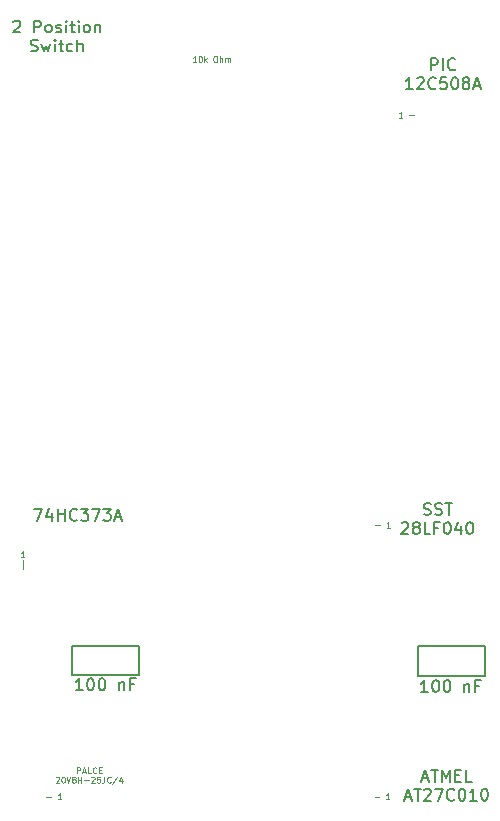
<source format=gbr>
%TF.GenerationSoftware,KiCad,Pcbnew,(6.0.2)*%
%TF.CreationDate,2022-09-16T18:12:16-05:00*%
%TF.ProjectId,REF1347,52454631-3334-4372-9e6b-696361645f70,rev?*%
%TF.SameCoordinates,Original*%
%TF.FileFunction,Legend,Top*%
%TF.FilePolarity,Positive*%
%FSLAX46Y46*%
G04 Gerber Fmt 4.6, Leading zero omitted, Abs format (unit mm)*
G04 Created by KiCad (PCBNEW (6.0.2)) date 2022-09-16 18:12:16*
%MOMM*%
%LPD*%
G01*
G04 APERTURE LIST*
%ADD10C,0.150000*%
%ADD11C,0.125000*%
G04 APERTURE END LIST*
D10*
X133474428Y-118137380D02*
X132903000Y-118137380D01*
X133188714Y-118137380D02*
X133188714Y-117137380D01*
X133093476Y-117280238D01*
X132998238Y-117375476D01*
X132903000Y-117423095D01*
X134093476Y-117137380D02*
X134188714Y-117137380D01*
X134283952Y-117185000D01*
X134331571Y-117232619D01*
X134379190Y-117327857D01*
X134426809Y-117518333D01*
X134426809Y-117756428D01*
X134379190Y-117946904D01*
X134331571Y-118042142D01*
X134283952Y-118089761D01*
X134188714Y-118137380D01*
X134093476Y-118137380D01*
X133998238Y-118089761D01*
X133950619Y-118042142D01*
X133903000Y-117946904D01*
X133855380Y-117756428D01*
X133855380Y-117518333D01*
X133903000Y-117327857D01*
X133950619Y-117232619D01*
X133998238Y-117185000D01*
X134093476Y-117137380D01*
X135045857Y-117137380D02*
X135141095Y-117137380D01*
X135236333Y-117185000D01*
X135283952Y-117232619D01*
X135331571Y-117327857D01*
X135379190Y-117518333D01*
X135379190Y-117756428D01*
X135331571Y-117946904D01*
X135283952Y-118042142D01*
X135236333Y-118089761D01*
X135141095Y-118137380D01*
X135045857Y-118137380D01*
X134950619Y-118089761D01*
X134903000Y-118042142D01*
X134855380Y-117946904D01*
X134807761Y-117756428D01*
X134807761Y-117518333D01*
X134855380Y-117327857D01*
X134903000Y-117232619D01*
X134950619Y-117185000D01*
X135045857Y-117137380D01*
X136569666Y-117470714D02*
X136569666Y-118137380D01*
X136569666Y-117565952D02*
X136617285Y-117518333D01*
X136712523Y-117470714D01*
X136855380Y-117470714D01*
X136950619Y-117518333D01*
X136998238Y-117613571D01*
X136998238Y-118137380D01*
X137807761Y-117613571D02*
X137474428Y-117613571D01*
X137474428Y-118137380D02*
X137474428Y-117137380D01*
X137950619Y-117137380D01*
X162691428Y-118287380D02*
X162120000Y-118287380D01*
X162405714Y-118287380D02*
X162405714Y-117287380D01*
X162310476Y-117430238D01*
X162215238Y-117525476D01*
X162120000Y-117573095D01*
X163310476Y-117287380D02*
X163405714Y-117287380D01*
X163500952Y-117335000D01*
X163548571Y-117382619D01*
X163596190Y-117477857D01*
X163643809Y-117668333D01*
X163643809Y-117906428D01*
X163596190Y-118096904D01*
X163548571Y-118192142D01*
X163500952Y-118239761D01*
X163405714Y-118287380D01*
X163310476Y-118287380D01*
X163215238Y-118239761D01*
X163167619Y-118192142D01*
X163120000Y-118096904D01*
X163072380Y-117906428D01*
X163072380Y-117668333D01*
X163120000Y-117477857D01*
X163167619Y-117382619D01*
X163215238Y-117335000D01*
X163310476Y-117287380D01*
X164262857Y-117287380D02*
X164358095Y-117287380D01*
X164453333Y-117335000D01*
X164500952Y-117382619D01*
X164548571Y-117477857D01*
X164596190Y-117668333D01*
X164596190Y-117906428D01*
X164548571Y-118096904D01*
X164500952Y-118192142D01*
X164453333Y-118239761D01*
X164358095Y-118287380D01*
X164262857Y-118287380D01*
X164167619Y-118239761D01*
X164120000Y-118192142D01*
X164072380Y-118096904D01*
X164024761Y-117906428D01*
X164024761Y-117668333D01*
X164072380Y-117477857D01*
X164120000Y-117382619D01*
X164167619Y-117335000D01*
X164262857Y-117287380D01*
X165786666Y-117620714D02*
X165786666Y-118287380D01*
X165786666Y-117715952D02*
X165834285Y-117668333D01*
X165929523Y-117620714D01*
X166072380Y-117620714D01*
X166167619Y-117668333D01*
X166215238Y-117763571D01*
X166215238Y-118287380D01*
X167024761Y-117763571D02*
X166691428Y-117763571D01*
X166691428Y-118287380D02*
X166691428Y-117287380D01*
X167167619Y-117287380D01*
X161866000Y-114393000D02*
X167502000Y-114393000D01*
X167502000Y-114393000D02*
X167502000Y-116898000D01*
X167502000Y-116898000D02*
X161866000Y-116898000D01*
X161866000Y-116898000D02*
X161866000Y-114393000D01*
X132558000Y-114358000D02*
X138194000Y-114358000D01*
X138194000Y-114358000D02*
X138194000Y-116863000D01*
X138194000Y-116863000D02*
X132558000Y-116863000D01*
X132558000Y-116863000D02*
X132558000Y-114358000D01*
D11*
X130396952Y-127170714D02*
X130777904Y-127170714D01*
X131658857Y-127361190D02*
X131373142Y-127361190D01*
X131516000Y-127361190D02*
X131516000Y-126861190D01*
X131468380Y-126932619D01*
X131420761Y-126980238D01*
X131373142Y-127004047D01*
D10*
X162948000Y-65640380D02*
X162948000Y-64640380D01*
X163328952Y-64640380D01*
X163424190Y-64688000D01*
X163471809Y-64735619D01*
X163519428Y-64830857D01*
X163519428Y-64973714D01*
X163471809Y-65068952D01*
X163424190Y-65116571D01*
X163328952Y-65164190D01*
X162948000Y-65164190D01*
X163948000Y-65640380D02*
X163948000Y-64640380D01*
X164995619Y-65545142D02*
X164948000Y-65592761D01*
X164805142Y-65640380D01*
X164709904Y-65640380D01*
X164567047Y-65592761D01*
X164471809Y-65497523D01*
X164424190Y-65402285D01*
X164376571Y-65211809D01*
X164376571Y-65068952D01*
X164424190Y-64878476D01*
X164471809Y-64783238D01*
X164567047Y-64688000D01*
X164709904Y-64640380D01*
X164805142Y-64640380D01*
X164948000Y-64688000D01*
X164995619Y-64735619D01*
X161400380Y-67250380D02*
X160828952Y-67250380D01*
X161114666Y-67250380D02*
X161114666Y-66250380D01*
X161019428Y-66393238D01*
X160924190Y-66488476D01*
X160828952Y-66536095D01*
X161781333Y-66345619D02*
X161828952Y-66298000D01*
X161924190Y-66250380D01*
X162162285Y-66250380D01*
X162257523Y-66298000D01*
X162305142Y-66345619D01*
X162352761Y-66440857D01*
X162352761Y-66536095D01*
X162305142Y-66678952D01*
X161733714Y-67250380D01*
X162352761Y-67250380D01*
X163352761Y-67155142D02*
X163305142Y-67202761D01*
X163162285Y-67250380D01*
X163067047Y-67250380D01*
X162924190Y-67202761D01*
X162828952Y-67107523D01*
X162781333Y-67012285D01*
X162733714Y-66821809D01*
X162733714Y-66678952D01*
X162781333Y-66488476D01*
X162828952Y-66393238D01*
X162924190Y-66298000D01*
X163067047Y-66250380D01*
X163162285Y-66250380D01*
X163305142Y-66298000D01*
X163352761Y-66345619D01*
X164257523Y-66250380D02*
X163781333Y-66250380D01*
X163733714Y-66726571D01*
X163781333Y-66678952D01*
X163876571Y-66631333D01*
X164114666Y-66631333D01*
X164209904Y-66678952D01*
X164257523Y-66726571D01*
X164305142Y-66821809D01*
X164305142Y-67059904D01*
X164257523Y-67155142D01*
X164209904Y-67202761D01*
X164114666Y-67250380D01*
X163876571Y-67250380D01*
X163781333Y-67202761D01*
X163733714Y-67155142D01*
X164924190Y-66250380D02*
X165019428Y-66250380D01*
X165114666Y-66298000D01*
X165162285Y-66345619D01*
X165209904Y-66440857D01*
X165257523Y-66631333D01*
X165257523Y-66869428D01*
X165209904Y-67059904D01*
X165162285Y-67155142D01*
X165114666Y-67202761D01*
X165019428Y-67250380D01*
X164924190Y-67250380D01*
X164828952Y-67202761D01*
X164781333Y-67155142D01*
X164733714Y-67059904D01*
X164686095Y-66869428D01*
X164686095Y-66631333D01*
X164733714Y-66440857D01*
X164781333Y-66345619D01*
X164828952Y-66298000D01*
X164924190Y-66250380D01*
X165828952Y-66678952D02*
X165733714Y-66631333D01*
X165686095Y-66583714D01*
X165638476Y-66488476D01*
X165638476Y-66440857D01*
X165686095Y-66345619D01*
X165733714Y-66298000D01*
X165828952Y-66250380D01*
X166019428Y-66250380D01*
X166114666Y-66298000D01*
X166162285Y-66345619D01*
X166209904Y-66440857D01*
X166209904Y-66488476D01*
X166162285Y-66583714D01*
X166114666Y-66631333D01*
X166019428Y-66678952D01*
X165828952Y-66678952D01*
X165733714Y-66726571D01*
X165686095Y-66774190D01*
X165638476Y-66869428D01*
X165638476Y-67059904D01*
X165686095Y-67155142D01*
X165733714Y-67202761D01*
X165828952Y-67250380D01*
X166019428Y-67250380D01*
X166114666Y-67202761D01*
X166162285Y-67155142D01*
X166209904Y-67059904D01*
X166209904Y-66869428D01*
X166162285Y-66774190D01*
X166114666Y-66726571D01*
X166019428Y-66678952D01*
X166590857Y-66964666D02*
X167067047Y-66964666D01*
X166495619Y-67250380D02*
X166828952Y-66250380D01*
X167162285Y-67250380D01*
D11*
X128527857Y-106878690D02*
X128242142Y-106878690D01*
X128385000Y-106878690D02*
X128385000Y-106378690D01*
X128337380Y-106450119D01*
X128289761Y-106497738D01*
X128242142Y-106521547D01*
X128385000Y-107850357D02*
X128385000Y-107136071D01*
X132991190Y-125168690D02*
X132991190Y-124668690D01*
X133181666Y-124668690D01*
X133229285Y-124692500D01*
X133253095Y-124716309D01*
X133276904Y-124763928D01*
X133276904Y-124835357D01*
X133253095Y-124882976D01*
X133229285Y-124906785D01*
X133181666Y-124930595D01*
X132991190Y-124930595D01*
X133467380Y-125025833D02*
X133705476Y-125025833D01*
X133419761Y-125168690D02*
X133586428Y-124668690D01*
X133753095Y-125168690D01*
X134157857Y-125168690D02*
X133919761Y-125168690D01*
X133919761Y-124668690D01*
X134610238Y-125121071D02*
X134586428Y-125144880D01*
X134515000Y-125168690D01*
X134467380Y-125168690D01*
X134395952Y-125144880D01*
X134348333Y-125097261D01*
X134324523Y-125049642D01*
X134300714Y-124954404D01*
X134300714Y-124882976D01*
X134324523Y-124787738D01*
X134348333Y-124740119D01*
X134395952Y-124692500D01*
X134467380Y-124668690D01*
X134515000Y-124668690D01*
X134586428Y-124692500D01*
X134610238Y-124716309D01*
X134824523Y-124906785D02*
X134991190Y-124906785D01*
X135062619Y-125168690D02*
X134824523Y-125168690D01*
X134824523Y-124668690D01*
X135062619Y-124668690D01*
X131193571Y-125521309D02*
X131217380Y-125497500D01*
X131265000Y-125473690D01*
X131384047Y-125473690D01*
X131431666Y-125497500D01*
X131455476Y-125521309D01*
X131479285Y-125568928D01*
X131479285Y-125616547D01*
X131455476Y-125687976D01*
X131169761Y-125973690D01*
X131479285Y-125973690D01*
X131788809Y-125473690D02*
X131836428Y-125473690D01*
X131884047Y-125497500D01*
X131907857Y-125521309D01*
X131931666Y-125568928D01*
X131955476Y-125664166D01*
X131955476Y-125783214D01*
X131931666Y-125878452D01*
X131907857Y-125926071D01*
X131884047Y-125949880D01*
X131836428Y-125973690D01*
X131788809Y-125973690D01*
X131741190Y-125949880D01*
X131717380Y-125926071D01*
X131693571Y-125878452D01*
X131669761Y-125783214D01*
X131669761Y-125664166D01*
X131693571Y-125568928D01*
X131717380Y-125521309D01*
X131741190Y-125497500D01*
X131788809Y-125473690D01*
X132098333Y-125473690D02*
X132265000Y-125973690D01*
X132431666Y-125473690D01*
X132669761Y-125687976D02*
X132622142Y-125664166D01*
X132598333Y-125640357D01*
X132574523Y-125592738D01*
X132574523Y-125568928D01*
X132598333Y-125521309D01*
X132622142Y-125497500D01*
X132669761Y-125473690D01*
X132765000Y-125473690D01*
X132812619Y-125497500D01*
X132836428Y-125521309D01*
X132860238Y-125568928D01*
X132860238Y-125592738D01*
X132836428Y-125640357D01*
X132812619Y-125664166D01*
X132765000Y-125687976D01*
X132669761Y-125687976D01*
X132622142Y-125711785D01*
X132598333Y-125735595D01*
X132574523Y-125783214D01*
X132574523Y-125878452D01*
X132598333Y-125926071D01*
X132622142Y-125949880D01*
X132669761Y-125973690D01*
X132765000Y-125973690D01*
X132812619Y-125949880D01*
X132836428Y-125926071D01*
X132860238Y-125878452D01*
X132860238Y-125783214D01*
X132836428Y-125735595D01*
X132812619Y-125711785D01*
X132765000Y-125687976D01*
X133074523Y-125973690D02*
X133074523Y-125473690D01*
X133074523Y-125711785D02*
X133360238Y-125711785D01*
X133360238Y-125973690D02*
X133360238Y-125473690D01*
X133598333Y-125783214D02*
X133979285Y-125783214D01*
X134193571Y-125521309D02*
X134217380Y-125497500D01*
X134265000Y-125473690D01*
X134384047Y-125473690D01*
X134431666Y-125497500D01*
X134455476Y-125521309D01*
X134479285Y-125568928D01*
X134479285Y-125616547D01*
X134455476Y-125687976D01*
X134169761Y-125973690D01*
X134479285Y-125973690D01*
X134931666Y-125473690D02*
X134693571Y-125473690D01*
X134669761Y-125711785D01*
X134693571Y-125687976D01*
X134741190Y-125664166D01*
X134860238Y-125664166D01*
X134907857Y-125687976D01*
X134931666Y-125711785D01*
X134955476Y-125759404D01*
X134955476Y-125878452D01*
X134931666Y-125926071D01*
X134907857Y-125949880D01*
X134860238Y-125973690D01*
X134741190Y-125973690D01*
X134693571Y-125949880D01*
X134669761Y-125926071D01*
X135312619Y-125473690D02*
X135312619Y-125830833D01*
X135288809Y-125902261D01*
X135241190Y-125949880D01*
X135169761Y-125973690D01*
X135122142Y-125973690D01*
X135836428Y-125926071D02*
X135812619Y-125949880D01*
X135741190Y-125973690D01*
X135693571Y-125973690D01*
X135622142Y-125949880D01*
X135574523Y-125902261D01*
X135550714Y-125854642D01*
X135526904Y-125759404D01*
X135526904Y-125687976D01*
X135550714Y-125592738D01*
X135574523Y-125545119D01*
X135622142Y-125497500D01*
X135693571Y-125473690D01*
X135741190Y-125473690D01*
X135812619Y-125497500D01*
X135836428Y-125521309D01*
X136407857Y-125449880D02*
X135979285Y-126092738D01*
X136788809Y-125640357D02*
X136788809Y-125973690D01*
X136669761Y-125449880D02*
X136550714Y-125807023D01*
X136860238Y-125807023D01*
X158176952Y-127192714D02*
X158557904Y-127192714D01*
X159438857Y-127383190D02*
X159153142Y-127383190D01*
X159296000Y-127383190D02*
X159296000Y-126883190D01*
X159248380Y-126954619D01*
X159200761Y-127002238D01*
X159153142Y-127026047D01*
D10*
X129356523Y-102782380D02*
X130023190Y-102782380D01*
X129594619Y-103782380D01*
X130832714Y-103115714D02*
X130832714Y-103782380D01*
X130594619Y-102734761D02*
X130356523Y-103449047D01*
X130975571Y-103449047D01*
X131356523Y-103782380D02*
X131356523Y-102782380D01*
X131356523Y-103258571D02*
X131927952Y-103258571D01*
X131927952Y-103782380D02*
X131927952Y-102782380D01*
X132975571Y-103687142D02*
X132927952Y-103734761D01*
X132785095Y-103782380D01*
X132689857Y-103782380D01*
X132547000Y-103734761D01*
X132451761Y-103639523D01*
X132404142Y-103544285D01*
X132356523Y-103353809D01*
X132356523Y-103210952D01*
X132404142Y-103020476D01*
X132451761Y-102925238D01*
X132547000Y-102830000D01*
X132689857Y-102782380D01*
X132785095Y-102782380D01*
X132927952Y-102830000D01*
X132975571Y-102877619D01*
X133308904Y-102782380D02*
X133927952Y-102782380D01*
X133594619Y-103163333D01*
X133737476Y-103163333D01*
X133832714Y-103210952D01*
X133880333Y-103258571D01*
X133927952Y-103353809D01*
X133927952Y-103591904D01*
X133880333Y-103687142D01*
X133832714Y-103734761D01*
X133737476Y-103782380D01*
X133451761Y-103782380D01*
X133356523Y-103734761D01*
X133308904Y-103687142D01*
X134261285Y-102782380D02*
X134927952Y-102782380D01*
X134499380Y-103782380D01*
X135213666Y-102782380D02*
X135832714Y-102782380D01*
X135499380Y-103163333D01*
X135642238Y-103163333D01*
X135737476Y-103210952D01*
X135785095Y-103258571D01*
X135832714Y-103353809D01*
X135832714Y-103591904D01*
X135785095Y-103687142D01*
X135737476Y-103734761D01*
X135642238Y-103782380D01*
X135356523Y-103782380D01*
X135261285Y-103734761D01*
X135213666Y-103687142D01*
X136213666Y-103496666D02*
X136689857Y-103496666D01*
X136118428Y-103782380D02*
X136451761Y-102782380D01*
X136785095Y-103782380D01*
X162352142Y-103250761D02*
X162495000Y-103298380D01*
X162733095Y-103298380D01*
X162828333Y-103250761D01*
X162875952Y-103203142D01*
X162923571Y-103107904D01*
X162923571Y-103012666D01*
X162875952Y-102917428D01*
X162828333Y-102869809D01*
X162733095Y-102822190D01*
X162542619Y-102774571D01*
X162447380Y-102726952D01*
X162399761Y-102679333D01*
X162352142Y-102584095D01*
X162352142Y-102488857D01*
X162399761Y-102393619D01*
X162447380Y-102346000D01*
X162542619Y-102298380D01*
X162780714Y-102298380D01*
X162923571Y-102346000D01*
X163304523Y-103250761D02*
X163447380Y-103298380D01*
X163685476Y-103298380D01*
X163780714Y-103250761D01*
X163828333Y-103203142D01*
X163875952Y-103107904D01*
X163875952Y-103012666D01*
X163828333Y-102917428D01*
X163780714Y-102869809D01*
X163685476Y-102822190D01*
X163495000Y-102774571D01*
X163399761Y-102726952D01*
X163352142Y-102679333D01*
X163304523Y-102584095D01*
X163304523Y-102488857D01*
X163352142Y-102393619D01*
X163399761Y-102346000D01*
X163495000Y-102298380D01*
X163733095Y-102298380D01*
X163875952Y-102346000D01*
X164161666Y-102298380D02*
X164733095Y-102298380D01*
X164447380Y-103298380D02*
X164447380Y-102298380D01*
X160471190Y-104003619D02*
X160518809Y-103956000D01*
X160614047Y-103908380D01*
X160852142Y-103908380D01*
X160947380Y-103956000D01*
X160995000Y-104003619D01*
X161042619Y-104098857D01*
X161042619Y-104194095D01*
X160995000Y-104336952D01*
X160423571Y-104908380D01*
X161042619Y-104908380D01*
X161614047Y-104336952D02*
X161518809Y-104289333D01*
X161471190Y-104241714D01*
X161423571Y-104146476D01*
X161423571Y-104098857D01*
X161471190Y-104003619D01*
X161518809Y-103956000D01*
X161614047Y-103908380D01*
X161804523Y-103908380D01*
X161899761Y-103956000D01*
X161947380Y-104003619D01*
X161995000Y-104098857D01*
X161995000Y-104146476D01*
X161947380Y-104241714D01*
X161899761Y-104289333D01*
X161804523Y-104336952D01*
X161614047Y-104336952D01*
X161518809Y-104384571D01*
X161471190Y-104432190D01*
X161423571Y-104527428D01*
X161423571Y-104717904D01*
X161471190Y-104813142D01*
X161518809Y-104860761D01*
X161614047Y-104908380D01*
X161804523Y-104908380D01*
X161899761Y-104860761D01*
X161947380Y-104813142D01*
X161995000Y-104717904D01*
X161995000Y-104527428D01*
X161947380Y-104432190D01*
X161899761Y-104384571D01*
X161804523Y-104336952D01*
X162899761Y-104908380D02*
X162423571Y-104908380D01*
X162423571Y-103908380D01*
X163566428Y-104384571D02*
X163233095Y-104384571D01*
X163233095Y-104908380D02*
X163233095Y-103908380D01*
X163709285Y-103908380D01*
X164280714Y-103908380D02*
X164375952Y-103908380D01*
X164471190Y-103956000D01*
X164518809Y-104003619D01*
X164566428Y-104098857D01*
X164614047Y-104289333D01*
X164614047Y-104527428D01*
X164566428Y-104717904D01*
X164518809Y-104813142D01*
X164471190Y-104860761D01*
X164375952Y-104908380D01*
X164280714Y-104908380D01*
X164185476Y-104860761D01*
X164137857Y-104813142D01*
X164090238Y-104717904D01*
X164042619Y-104527428D01*
X164042619Y-104289333D01*
X164090238Y-104098857D01*
X164137857Y-104003619D01*
X164185476Y-103956000D01*
X164280714Y-103908380D01*
X165471190Y-104241714D02*
X165471190Y-104908380D01*
X165233095Y-103860761D02*
X164995000Y-104575047D01*
X165614047Y-104575047D01*
X166185476Y-103908380D02*
X166280714Y-103908380D01*
X166375952Y-103956000D01*
X166423571Y-104003619D01*
X166471190Y-104098857D01*
X166518809Y-104289333D01*
X166518809Y-104527428D01*
X166471190Y-104717904D01*
X166423571Y-104813142D01*
X166375952Y-104860761D01*
X166280714Y-104908380D01*
X166185476Y-104908380D01*
X166090238Y-104860761D01*
X166042619Y-104813142D01*
X165995000Y-104717904D01*
X165947380Y-104527428D01*
X165947380Y-104289333D01*
X165995000Y-104098857D01*
X166042619Y-104003619D01*
X166090238Y-103956000D01*
X166185476Y-103908380D01*
D11*
X160536857Y-69660190D02*
X160251142Y-69660190D01*
X160394000Y-69660190D02*
X160394000Y-69160190D01*
X160346380Y-69231619D01*
X160298761Y-69279238D01*
X160251142Y-69303047D01*
X161132095Y-69469714D02*
X161513047Y-69469714D01*
D10*
X127598523Y-61541619D02*
X127646142Y-61494000D01*
X127741380Y-61446380D01*
X127979476Y-61446380D01*
X128074714Y-61494000D01*
X128122333Y-61541619D01*
X128169952Y-61636857D01*
X128169952Y-61732095D01*
X128122333Y-61874952D01*
X127550904Y-62446380D01*
X128169952Y-62446380D01*
X129360428Y-62446380D02*
X129360428Y-61446380D01*
X129741380Y-61446380D01*
X129836619Y-61494000D01*
X129884238Y-61541619D01*
X129931857Y-61636857D01*
X129931857Y-61779714D01*
X129884238Y-61874952D01*
X129836619Y-61922571D01*
X129741380Y-61970190D01*
X129360428Y-61970190D01*
X130503285Y-62446380D02*
X130408047Y-62398761D01*
X130360428Y-62351142D01*
X130312809Y-62255904D01*
X130312809Y-61970190D01*
X130360428Y-61874952D01*
X130408047Y-61827333D01*
X130503285Y-61779714D01*
X130646142Y-61779714D01*
X130741380Y-61827333D01*
X130789000Y-61874952D01*
X130836619Y-61970190D01*
X130836619Y-62255904D01*
X130789000Y-62351142D01*
X130741380Y-62398761D01*
X130646142Y-62446380D01*
X130503285Y-62446380D01*
X131217571Y-62398761D02*
X131312809Y-62446380D01*
X131503285Y-62446380D01*
X131598523Y-62398761D01*
X131646142Y-62303523D01*
X131646142Y-62255904D01*
X131598523Y-62160666D01*
X131503285Y-62113047D01*
X131360428Y-62113047D01*
X131265190Y-62065428D01*
X131217571Y-61970190D01*
X131217571Y-61922571D01*
X131265190Y-61827333D01*
X131360428Y-61779714D01*
X131503285Y-61779714D01*
X131598523Y-61827333D01*
X132074714Y-62446380D02*
X132074714Y-61779714D01*
X132074714Y-61446380D02*
X132027095Y-61494000D01*
X132074714Y-61541619D01*
X132122333Y-61494000D01*
X132074714Y-61446380D01*
X132074714Y-61541619D01*
X132408047Y-61779714D02*
X132788999Y-61779714D01*
X132550904Y-61446380D02*
X132550904Y-62303523D01*
X132598523Y-62398761D01*
X132693761Y-62446380D01*
X132788999Y-62446380D01*
X133122333Y-62446380D02*
X133122333Y-61779714D01*
X133122333Y-61446380D02*
X133074714Y-61494000D01*
X133122333Y-61541619D01*
X133169952Y-61494000D01*
X133122333Y-61446380D01*
X133122333Y-61541619D01*
X133741380Y-62446380D02*
X133646142Y-62398761D01*
X133598523Y-62351142D01*
X133550904Y-62255904D01*
X133550904Y-61970190D01*
X133598523Y-61874952D01*
X133646142Y-61827333D01*
X133741380Y-61779714D01*
X133884238Y-61779714D01*
X133979476Y-61827333D01*
X134027095Y-61874952D01*
X134074714Y-61970190D01*
X134074714Y-62255904D01*
X134027095Y-62351142D01*
X133979476Y-62398761D01*
X133884238Y-62446380D01*
X133741380Y-62446380D01*
X134503285Y-61779714D02*
X134503285Y-62446380D01*
X134503285Y-61874952D02*
X134550904Y-61827333D01*
X134646142Y-61779714D01*
X134789000Y-61779714D01*
X134884238Y-61827333D01*
X134931857Y-61922571D01*
X134931857Y-62446380D01*
X129074714Y-64008761D02*
X129217571Y-64056380D01*
X129455666Y-64056380D01*
X129550904Y-64008761D01*
X129598523Y-63961142D01*
X129646142Y-63865904D01*
X129646142Y-63770666D01*
X129598523Y-63675428D01*
X129550904Y-63627809D01*
X129455666Y-63580190D01*
X129265190Y-63532571D01*
X129169952Y-63484952D01*
X129122333Y-63437333D01*
X129074714Y-63342095D01*
X129074714Y-63246857D01*
X129122333Y-63151619D01*
X129169952Y-63104000D01*
X129265190Y-63056380D01*
X129503285Y-63056380D01*
X129646142Y-63104000D01*
X129979476Y-63389714D02*
X130169952Y-64056380D01*
X130360428Y-63580190D01*
X130550904Y-64056380D01*
X130741380Y-63389714D01*
X131122333Y-64056380D02*
X131122333Y-63389714D01*
X131122333Y-63056380D02*
X131074714Y-63104000D01*
X131122333Y-63151619D01*
X131169952Y-63104000D01*
X131122333Y-63056380D01*
X131122333Y-63151619D01*
X131455666Y-63389714D02*
X131836619Y-63389714D01*
X131598523Y-63056380D02*
X131598523Y-63913523D01*
X131646142Y-64008761D01*
X131741380Y-64056380D01*
X131836619Y-64056380D01*
X132598523Y-64008761D02*
X132503285Y-64056380D01*
X132312809Y-64056380D01*
X132217571Y-64008761D01*
X132169952Y-63961142D01*
X132122333Y-63865904D01*
X132122333Y-63580190D01*
X132169952Y-63484952D01*
X132217571Y-63437333D01*
X132312809Y-63389714D01*
X132503285Y-63389714D01*
X132598523Y-63437333D01*
X133027095Y-64056380D02*
X133027095Y-63056380D01*
X133455666Y-64056380D02*
X133455666Y-63532571D01*
X133408047Y-63437333D01*
X133312809Y-63389714D01*
X133169952Y-63389714D01*
X133074714Y-63437333D01*
X133027095Y-63484952D01*
D11*
X158217952Y-104187714D02*
X158598904Y-104187714D01*
X159479857Y-104378190D02*
X159194142Y-104378190D01*
X159337000Y-104378190D02*
X159337000Y-103878190D01*
X159289380Y-103949619D01*
X159241761Y-103997238D01*
X159194142Y-104021047D01*
X143085476Y-64961190D02*
X142799761Y-64961190D01*
X142942619Y-64961190D02*
X142942619Y-64461190D01*
X142895000Y-64532619D01*
X142847380Y-64580238D01*
X142799761Y-64604047D01*
X143395000Y-64461190D02*
X143442619Y-64461190D01*
X143490238Y-64485000D01*
X143514047Y-64508809D01*
X143537857Y-64556428D01*
X143561666Y-64651666D01*
X143561666Y-64770714D01*
X143537857Y-64865952D01*
X143514047Y-64913571D01*
X143490238Y-64937380D01*
X143442619Y-64961190D01*
X143395000Y-64961190D01*
X143347380Y-64937380D01*
X143323571Y-64913571D01*
X143299761Y-64865952D01*
X143275952Y-64770714D01*
X143275952Y-64651666D01*
X143299761Y-64556428D01*
X143323571Y-64508809D01*
X143347380Y-64485000D01*
X143395000Y-64461190D01*
X143775952Y-64961190D02*
X143775952Y-64461190D01*
X143823571Y-64770714D02*
X143966428Y-64961190D01*
X143966428Y-64627857D02*
X143775952Y-64818333D01*
X144656904Y-64461190D02*
X144752142Y-64461190D01*
X144799761Y-64485000D01*
X144847380Y-64532619D01*
X144871190Y-64627857D01*
X144871190Y-64794523D01*
X144847380Y-64889761D01*
X144799761Y-64937380D01*
X144752142Y-64961190D01*
X144656904Y-64961190D01*
X144609285Y-64937380D01*
X144561666Y-64889761D01*
X144537857Y-64794523D01*
X144537857Y-64627857D01*
X144561666Y-64532619D01*
X144609285Y-64485000D01*
X144656904Y-64461190D01*
X145085476Y-64961190D02*
X145085476Y-64461190D01*
X145299761Y-64961190D02*
X145299761Y-64699285D01*
X145275952Y-64651666D01*
X145228333Y-64627857D01*
X145156904Y-64627857D01*
X145109285Y-64651666D01*
X145085476Y-64675476D01*
X145537857Y-64961190D02*
X145537857Y-64627857D01*
X145537857Y-64675476D02*
X145561666Y-64651666D01*
X145609285Y-64627857D01*
X145680714Y-64627857D01*
X145728333Y-64651666D01*
X145752142Y-64699285D01*
X145752142Y-64961190D01*
X145752142Y-64699285D02*
X145775952Y-64651666D01*
X145823571Y-64627857D01*
X145895000Y-64627857D01*
X145942619Y-64651666D01*
X145966428Y-64699285D01*
X145966428Y-64961190D01*
D10*
X162220380Y-125587666D02*
X162696571Y-125587666D01*
X162125142Y-125873380D02*
X162458476Y-124873380D01*
X162791809Y-125873380D01*
X162982285Y-124873380D02*
X163553714Y-124873380D01*
X163268000Y-125873380D02*
X163268000Y-124873380D01*
X163887047Y-125873380D02*
X163887047Y-124873380D01*
X164220380Y-125587666D01*
X164553714Y-124873380D01*
X164553714Y-125873380D01*
X165029904Y-125349571D02*
X165363238Y-125349571D01*
X165506095Y-125873380D02*
X165029904Y-125873380D01*
X165029904Y-124873380D01*
X165506095Y-124873380D01*
X166410857Y-125873380D02*
X165934666Y-125873380D01*
X165934666Y-124873380D01*
X160768000Y-127197666D02*
X161244190Y-127197666D01*
X160672761Y-127483380D02*
X161006095Y-126483380D01*
X161339428Y-127483380D01*
X161529904Y-126483380D02*
X162101333Y-126483380D01*
X161815619Y-127483380D02*
X161815619Y-126483380D01*
X162387047Y-126578619D02*
X162434666Y-126531000D01*
X162529904Y-126483380D01*
X162768000Y-126483380D01*
X162863238Y-126531000D01*
X162910857Y-126578619D01*
X162958476Y-126673857D01*
X162958476Y-126769095D01*
X162910857Y-126911952D01*
X162339428Y-127483380D01*
X162958476Y-127483380D01*
X163291809Y-126483380D02*
X163958476Y-126483380D01*
X163529904Y-127483380D01*
X164910857Y-127388142D02*
X164863238Y-127435761D01*
X164720380Y-127483380D01*
X164625142Y-127483380D01*
X164482285Y-127435761D01*
X164387047Y-127340523D01*
X164339428Y-127245285D01*
X164291809Y-127054809D01*
X164291809Y-126911952D01*
X164339428Y-126721476D01*
X164387047Y-126626238D01*
X164482285Y-126531000D01*
X164625142Y-126483380D01*
X164720380Y-126483380D01*
X164863238Y-126531000D01*
X164910857Y-126578619D01*
X165529904Y-126483380D02*
X165625142Y-126483380D01*
X165720380Y-126531000D01*
X165768000Y-126578619D01*
X165815619Y-126673857D01*
X165863238Y-126864333D01*
X165863238Y-127102428D01*
X165815619Y-127292904D01*
X165768000Y-127388142D01*
X165720380Y-127435761D01*
X165625142Y-127483380D01*
X165529904Y-127483380D01*
X165434666Y-127435761D01*
X165387047Y-127388142D01*
X165339428Y-127292904D01*
X165291809Y-127102428D01*
X165291809Y-126864333D01*
X165339428Y-126673857D01*
X165387047Y-126578619D01*
X165434666Y-126531000D01*
X165529904Y-126483380D01*
X166815619Y-127483380D02*
X166244190Y-127483380D01*
X166529904Y-127483380D02*
X166529904Y-126483380D01*
X166434666Y-126626238D01*
X166339428Y-126721476D01*
X166244190Y-126769095D01*
X167434666Y-126483380D02*
X167529904Y-126483380D01*
X167625142Y-126531000D01*
X167672761Y-126578619D01*
X167720380Y-126673857D01*
X167768000Y-126864333D01*
X167768000Y-127102428D01*
X167720380Y-127292904D01*
X167672761Y-127388142D01*
X167625142Y-127435761D01*
X167529904Y-127483380D01*
X167434666Y-127483380D01*
X167339428Y-127435761D01*
X167291809Y-127388142D01*
X167244190Y-127292904D01*
X167196571Y-127102428D01*
X167196571Y-126864333D01*
X167244190Y-126673857D01*
X167291809Y-126578619D01*
X167339428Y-126531000D01*
X167434666Y-126483380D01*
M02*

</source>
